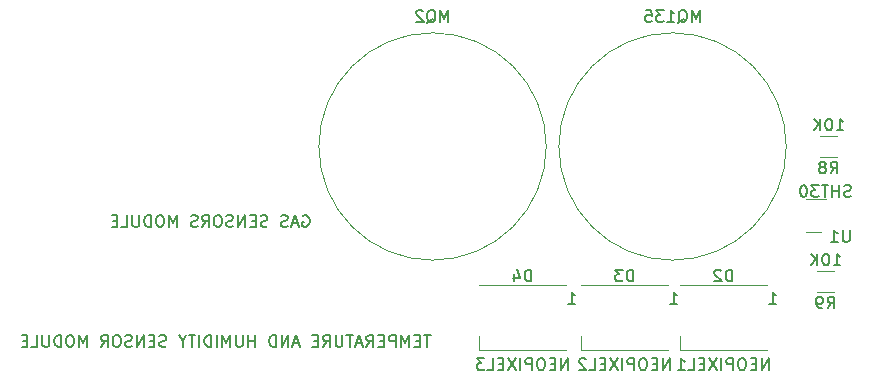
<source format=gbr>
%TF.GenerationSoftware,KiCad,Pcbnew,(6.0.4)*%
%TF.CreationDate,2022-06-03T19:19:18-06:00*%
%TF.ProjectId,Gas_Sensor_Module,4761735f-5365-46e7-936f-725f4d6f6475,rev?*%
%TF.SameCoordinates,Original*%
%TF.FileFunction,Legend,Bot*%
%TF.FilePolarity,Positive*%
%FSLAX46Y46*%
G04 Gerber Fmt 4.6, Leading zero omitted, Abs format (unit mm)*
G04 Created by KiCad (PCBNEW (6.0.4)) date 2022-06-03 19:19:18*
%MOMM*%
%LPD*%
G01*
G04 APERTURE LIST*
%ADD10C,0.150000*%
%ADD11C,0.120000*%
G04 APERTURE END LIST*
D10*
X193887142Y-74382380D02*
X193315714Y-74382380D01*
X193601428Y-75382380D02*
X193601428Y-74382380D01*
X192982380Y-74858571D02*
X192649047Y-74858571D01*
X192506190Y-75382380D02*
X192982380Y-75382380D01*
X192982380Y-74382380D01*
X192506190Y-74382380D01*
X192077619Y-75382380D02*
X192077619Y-74382380D01*
X191744285Y-75096666D01*
X191410952Y-74382380D01*
X191410952Y-75382380D01*
X190934761Y-75382380D02*
X190934761Y-74382380D01*
X190553809Y-74382380D01*
X190458571Y-74430000D01*
X190410952Y-74477619D01*
X190363333Y-74572857D01*
X190363333Y-74715714D01*
X190410952Y-74810952D01*
X190458571Y-74858571D01*
X190553809Y-74906190D01*
X190934761Y-74906190D01*
X189934761Y-74858571D02*
X189601428Y-74858571D01*
X189458571Y-75382380D02*
X189934761Y-75382380D01*
X189934761Y-74382380D01*
X189458571Y-74382380D01*
X188458571Y-75382380D02*
X188791904Y-74906190D01*
X189030000Y-75382380D02*
X189030000Y-74382380D01*
X188649047Y-74382380D01*
X188553809Y-74430000D01*
X188506190Y-74477619D01*
X188458571Y-74572857D01*
X188458571Y-74715714D01*
X188506190Y-74810952D01*
X188553809Y-74858571D01*
X188649047Y-74906190D01*
X189030000Y-74906190D01*
X188077619Y-75096666D02*
X187601428Y-75096666D01*
X188172857Y-75382380D02*
X187839523Y-74382380D01*
X187506190Y-75382380D01*
X187315714Y-74382380D02*
X186744285Y-74382380D01*
X187030000Y-75382380D02*
X187030000Y-74382380D01*
X186410952Y-74382380D02*
X186410952Y-75191904D01*
X186363333Y-75287142D01*
X186315714Y-75334761D01*
X186220476Y-75382380D01*
X186030000Y-75382380D01*
X185934761Y-75334761D01*
X185887142Y-75287142D01*
X185839523Y-75191904D01*
X185839523Y-74382380D01*
X184791904Y-75382380D02*
X185125238Y-74906190D01*
X185363333Y-75382380D02*
X185363333Y-74382380D01*
X184982380Y-74382380D01*
X184887142Y-74430000D01*
X184839523Y-74477619D01*
X184791904Y-74572857D01*
X184791904Y-74715714D01*
X184839523Y-74810952D01*
X184887142Y-74858571D01*
X184982380Y-74906190D01*
X185363333Y-74906190D01*
X184363333Y-74858571D02*
X184030000Y-74858571D01*
X183887142Y-75382380D02*
X184363333Y-75382380D01*
X184363333Y-74382380D01*
X183887142Y-74382380D01*
X182744285Y-75096666D02*
X182268095Y-75096666D01*
X182839523Y-75382380D02*
X182506190Y-74382380D01*
X182172857Y-75382380D01*
X181839523Y-75382380D02*
X181839523Y-74382380D01*
X181268095Y-75382380D01*
X181268095Y-74382380D01*
X180791904Y-75382380D02*
X180791904Y-74382380D01*
X180553809Y-74382380D01*
X180410952Y-74430000D01*
X180315714Y-74525238D01*
X180268095Y-74620476D01*
X180220476Y-74810952D01*
X180220476Y-74953809D01*
X180268095Y-75144285D01*
X180315714Y-75239523D01*
X180410952Y-75334761D01*
X180553809Y-75382380D01*
X180791904Y-75382380D01*
X179030000Y-75382380D02*
X179030000Y-74382380D01*
X179030000Y-74858571D02*
X178458571Y-74858571D01*
X178458571Y-75382380D02*
X178458571Y-74382380D01*
X177982380Y-74382380D02*
X177982380Y-75191904D01*
X177934761Y-75287142D01*
X177887142Y-75334761D01*
X177791904Y-75382380D01*
X177601428Y-75382380D01*
X177506190Y-75334761D01*
X177458571Y-75287142D01*
X177410952Y-75191904D01*
X177410952Y-74382380D01*
X176934761Y-75382380D02*
X176934761Y-74382380D01*
X176601428Y-75096666D01*
X176268095Y-74382380D01*
X176268095Y-75382380D01*
X175791904Y-75382380D02*
X175791904Y-74382380D01*
X175315714Y-75382380D02*
X175315714Y-74382380D01*
X175077619Y-74382380D01*
X174934761Y-74430000D01*
X174839523Y-74525238D01*
X174791904Y-74620476D01*
X174744285Y-74810952D01*
X174744285Y-74953809D01*
X174791904Y-75144285D01*
X174839523Y-75239523D01*
X174934761Y-75334761D01*
X175077619Y-75382380D01*
X175315714Y-75382380D01*
X174315714Y-75382380D02*
X174315714Y-74382380D01*
X173982380Y-74382380D02*
X173410952Y-74382380D01*
X173696666Y-75382380D02*
X173696666Y-74382380D01*
X172887142Y-74906190D02*
X172887142Y-75382380D01*
X173220476Y-74382380D02*
X172887142Y-74906190D01*
X172553809Y-74382380D01*
X171506190Y-75334761D02*
X171363333Y-75382380D01*
X171125238Y-75382380D01*
X171030000Y-75334761D01*
X170982380Y-75287142D01*
X170934761Y-75191904D01*
X170934761Y-75096666D01*
X170982380Y-75001428D01*
X171030000Y-74953809D01*
X171125238Y-74906190D01*
X171315714Y-74858571D01*
X171410952Y-74810952D01*
X171458571Y-74763333D01*
X171506190Y-74668095D01*
X171506190Y-74572857D01*
X171458571Y-74477619D01*
X171410952Y-74430000D01*
X171315714Y-74382380D01*
X171077619Y-74382380D01*
X170934761Y-74430000D01*
X170506190Y-74858571D02*
X170172857Y-74858571D01*
X170030000Y-75382380D02*
X170506190Y-75382380D01*
X170506190Y-74382380D01*
X170030000Y-74382380D01*
X169601428Y-75382380D02*
X169601428Y-74382380D01*
X169030000Y-75382380D01*
X169030000Y-74382380D01*
X168601428Y-75334761D02*
X168458571Y-75382380D01*
X168220476Y-75382380D01*
X168125238Y-75334761D01*
X168077619Y-75287142D01*
X168030000Y-75191904D01*
X168030000Y-75096666D01*
X168077619Y-75001428D01*
X168125238Y-74953809D01*
X168220476Y-74906190D01*
X168410952Y-74858571D01*
X168506190Y-74810952D01*
X168553809Y-74763333D01*
X168601428Y-74668095D01*
X168601428Y-74572857D01*
X168553809Y-74477619D01*
X168506190Y-74430000D01*
X168410952Y-74382380D01*
X168172857Y-74382380D01*
X168030000Y-74430000D01*
X167410952Y-74382380D02*
X167220476Y-74382380D01*
X167125238Y-74430000D01*
X167030000Y-74525238D01*
X166982380Y-74715714D01*
X166982380Y-75049047D01*
X167030000Y-75239523D01*
X167125238Y-75334761D01*
X167220476Y-75382380D01*
X167410952Y-75382380D01*
X167506190Y-75334761D01*
X167601428Y-75239523D01*
X167649047Y-75049047D01*
X167649047Y-74715714D01*
X167601428Y-74525238D01*
X167506190Y-74430000D01*
X167410952Y-74382380D01*
X165982380Y-75382380D02*
X166315714Y-74906190D01*
X166553809Y-75382380D02*
X166553809Y-74382380D01*
X166172857Y-74382380D01*
X166077619Y-74430000D01*
X166030000Y-74477619D01*
X165982380Y-74572857D01*
X165982380Y-74715714D01*
X166030000Y-74810952D01*
X166077619Y-74858571D01*
X166172857Y-74906190D01*
X166553809Y-74906190D01*
X164791904Y-75382380D02*
X164791904Y-74382380D01*
X164458571Y-75096666D01*
X164125238Y-74382380D01*
X164125238Y-75382380D01*
X163458571Y-74382380D02*
X163268095Y-74382380D01*
X163172857Y-74430000D01*
X163077619Y-74525238D01*
X163030000Y-74715714D01*
X163030000Y-75049047D01*
X163077619Y-75239523D01*
X163172857Y-75334761D01*
X163268095Y-75382380D01*
X163458571Y-75382380D01*
X163553809Y-75334761D01*
X163649047Y-75239523D01*
X163696666Y-75049047D01*
X163696666Y-74715714D01*
X163649047Y-74525238D01*
X163553809Y-74430000D01*
X163458571Y-74382380D01*
X162601428Y-75382380D02*
X162601428Y-74382380D01*
X162363333Y-74382380D01*
X162220476Y-74430000D01*
X162125238Y-74525238D01*
X162077619Y-74620476D01*
X162030000Y-74810952D01*
X162030000Y-74953809D01*
X162077619Y-75144285D01*
X162125238Y-75239523D01*
X162220476Y-75334761D01*
X162363333Y-75382380D01*
X162601428Y-75382380D01*
X161601428Y-74382380D02*
X161601428Y-75191904D01*
X161553809Y-75287142D01*
X161506190Y-75334761D01*
X161410952Y-75382380D01*
X161220476Y-75382380D01*
X161125238Y-75334761D01*
X161077619Y-75287142D01*
X161030000Y-75191904D01*
X161030000Y-74382380D01*
X160077619Y-75382380D02*
X160553809Y-75382380D01*
X160553809Y-74382380D01*
X159744285Y-74858571D02*
X159410952Y-74858571D01*
X159268095Y-75382380D02*
X159744285Y-75382380D01*
X159744285Y-74382380D01*
X159268095Y-74382380D01*
X183069523Y-64270000D02*
X183164761Y-64222380D01*
X183307619Y-64222380D01*
X183450476Y-64270000D01*
X183545714Y-64365238D01*
X183593333Y-64460476D01*
X183640952Y-64650952D01*
X183640952Y-64793809D01*
X183593333Y-64984285D01*
X183545714Y-65079523D01*
X183450476Y-65174761D01*
X183307619Y-65222380D01*
X183212380Y-65222380D01*
X183069523Y-65174761D01*
X183021904Y-65127142D01*
X183021904Y-64793809D01*
X183212380Y-64793809D01*
X182640952Y-64936666D02*
X182164761Y-64936666D01*
X182736190Y-65222380D02*
X182402857Y-64222380D01*
X182069523Y-65222380D01*
X181783809Y-65174761D02*
X181640952Y-65222380D01*
X181402857Y-65222380D01*
X181307619Y-65174761D01*
X181260000Y-65127142D01*
X181212380Y-65031904D01*
X181212380Y-64936666D01*
X181260000Y-64841428D01*
X181307619Y-64793809D01*
X181402857Y-64746190D01*
X181593333Y-64698571D01*
X181688571Y-64650952D01*
X181736190Y-64603333D01*
X181783809Y-64508095D01*
X181783809Y-64412857D01*
X181736190Y-64317619D01*
X181688571Y-64270000D01*
X181593333Y-64222380D01*
X181355238Y-64222380D01*
X181212380Y-64270000D01*
X180069523Y-65174761D02*
X179926666Y-65222380D01*
X179688571Y-65222380D01*
X179593333Y-65174761D01*
X179545714Y-65127142D01*
X179498095Y-65031904D01*
X179498095Y-64936666D01*
X179545714Y-64841428D01*
X179593333Y-64793809D01*
X179688571Y-64746190D01*
X179879047Y-64698571D01*
X179974285Y-64650952D01*
X180021904Y-64603333D01*
X180069523Y-64508095D01*
X180069523Y-64412857D01*
X180021904Y-64317619D01*
X179974285Y-64270000D01*
X179879047Y-64222380D01*
X179640952Y-64222380D01*
X179498095Y-64270000D01*
X179069523Y-64698571D02*
X178736190Y-64698571D01*
X178593333Y-65222380D02*
X179069523Y-65222380D01*
X179069523Y-64222380D01*
X178593333Y-64222380D01*
X178164761Y-65222380D02*
X178164761Y-64222380D01*
X177593333Y-65222380D01*
X177593333Y-64222380D01*
X177164761Y-65174761D02*
X177021904Y-65222380D01*
X176783809Y-65222380D01*
X176688571Y-65174761D01*
X176640952Y-65127142D01*
X176593333Y-65031904D01*
X176593333Y-64936666D01*
X176640952Y-64841428D01*
X176688571Y-64793809D01*
X176783809Y-64746190D01*
X176974285Y-64698571D01*
X177069523Y-64650952D01*
X177117142Y-64603333D01*
X177164761Y-64508095D01*
X177164761Y-64412857D01*
X177117142Y-64317619D01*
X177069523Y-64270000D01*
X176974285Y-64222380D01*
X176736190Y-64222380D01*
X176593333Y-64270000D01*
X175974285Y-64222380D02*
X175783809Y-64222380D01*
X175688571Y-64270000D01*
X175593333Y-64365238D01*
X175545714Y-64555714D01*
X175545714Y-64889047D01*
X175593333Y-65079523D01*
X175688571Y-65174761D01*
X175783809Y-65222380D01*
X175974285Y-65222380D01*
X176069523Y-65174761D01*
X176164761Y-65079523D01*
X176212380Y-64889047D01*
X176212380Y-64555714D01*
X176164761Y-64365238D01*
X176069523Y-64270000D01*
X175974285Y-64222380D01*
X174545714Y-65222380D02*
X174879047Y-64746190D01*
X175117142Y-65222380D02*
X175117142Y-64222380D01*
X174736190Y-64222380D01*
X174640952Y-64270000D01*
X174593333Y-64317619D01*
X174545714Y-64412857D01*
X174545714Y-64555714D01*
X174593333Y-64650952D01*
X174640952Y-64698571D01*
X174736190Y-64746190D01*
X175117142Y-64746190D01*
X174164761Y-65174761D02*
X174021904Y-65222380D01*
X173783809Y-65222380D01*
X173688571Y-65174761D01*
X173640952Y-65127142D01*
X173593333Y-65031904D01*
X173593333Y-64936666D01*
X173640952Y-64841428D01*
X173688571Y-64793809D01*
X173783809Y-64746190D01*
X173974285Y-64698571D01*
X174069523Y-64650952D01*
X174117142Y-64603333D01*
X174164761Y-64508095D01*
X174164761Y-64412857D01*
X174117142Y-64317619D01*
X174069523Y-64270000D01*
X173974285Y-64222380D01*
X173736190Y-64222380D01*
X173593333Y-64270000D01*
X172402857Y-65222380D02*
X172402857Y-64222380D01*
X172069523Y-64936666D01*
X171736190Y-64222380D01*
X171736190Y-65222380D01*
X171069523Y-64222380D02*
X170879047Y-64222380D01*
X170783809Y-64270000D01*
X170688571Y-64365238D01*
X170640952Y-64555714D01*
X170640952Y-64889047D01*
X170688571Y-65079523D01*
X170783809Y-65174761D01*
X170879047Y-65222380D01*
X171069523Y-65222380D01*
X171164761Y-65174761D01*
X171260000Y-65079523D01*
X171307619Y-64889047D01*
X171307619Y-64555714D01*
X171260000Y-64365238D01*
X171164761Y-64270000D01*
X171069523Y-64222380D01*
X170212380Y-65222380D02*
X170212380Y-64222380D01*
X169974285Y-64222380D01*
X169831428Y-64270000D01*
X169736190Y-64365238D01*
X169688571Y-64460476D01*
X169640952Y-64650952D01*
X169640952Y-64793809D01*
X169688571Y-64984285D01*
X169736190Y-65079523D01*
X169831428Y-65174761D01*
X169974285Y-65222380D01*
X170212380Y-65222380D01*
X169212380Y-64222380D02*
X169212380Y-65031904D01*
X169164761Y-65127142D01*
X169117142Y-65174761D01*
X169021904Y-65222380D01*
X168831428Y-65222380D01*
X168736190Y-65174761D01*
X168688571Y-65127142D01*
X168640952Y-65031904D01*
X168640952Y-64222380D01*
X167688571Y-65222380D02*
X168164761Y-65222380D01*
X168164761Y-64222380D01*
X167355238Y-64698571D02*
X167021904Y-64698571D01*
X166879047Y-65222380D02*
X167355238Y-65222380D01*
X167355238Y-64222380D01*
X166879047Y-64222380D01*
%TO.C,D3*%
X211050095Y-69850380D02*
X211050095Y-68850380D01*
X210812000Y-68850380D01*
X210669142Y-68898000D01*
X210573904Y-68993238D01*
X210526285Y-69088476D01*
X210478666Y-69278952D01*
X210478666Y-69421809D01*
X210526285Y-69612285D01*
X210573904Y-69707523D01*
X210669142Y-69802761D01*
X210812000Y-69850380D01*
X211050095Y-69850380D01*
X210145333Y-68850380D02*
X209526285Y-68850380D01*
X209859619Y-69231333D01*
X209716761Y-69231333D01*
X209621523Y-69278952D01*
X209573904Y-69326571D01*
X209526285Y-69421809D01*
X209526285Y-69659904D01*
X209573904Y-69755142D01*
X209621523Y-69802761D01*
X209716761Y-69850380D01*
X210002476Y-69850380D01*
X210097714Y-69802761D01*
X210145333Y-69755142D01*
X214121523Y-77350372D02*
X214121523Y-76350372D01*
X213550095Y-77350372D01*
X213550095Y-76350372D01*
X213073904Y-76826563D02*
X212740571Y-76826563D01*
X212597714Y-77350372D02*
X213073904Y-77350372D01*
X213073904Y-76350372D01*
X212597714Y-76350372D01*
X211978666Y-76350372D02*
X211788190Y-76350372D01*
X211692952Y-76397992D01*
X211597714Y-76493230D01*
X211550095Y-76683706D01*
X211550095Y-77017039D01*
X211597714Y-77207515D01*
X211692952Y-77302753D01*
X211788190Y-77350372D01*
X211978666Y-77350372D01*
X212073904Y-77302753D01*
X212169142Y-77207515D01*
X212216761Y-77017039D01*
X212216761Y-76683706D01*
X212169142Y-76493230D01*
X212073904Y-76397992D01*
X211978666Y-76350372D01*
X211121523Y-77350372D02*
X211121523Y-76350372D01*
X210740571Y-76350372D01*
X210645333Y-76397992D01*
X210597714Y-76445611D01*
X210550095Y-76540849D01*
X210550095Y-76683706D01*
X210597714Y-76778944D01*
X210645333Y-76826563D01*
X210740571Y-76874182D01*
X211121523Y-76874182D01*
X210121523Y-77350372D02*
X210121523Y-76350372D01*
X209740571Y-76350372D02*
X209073904Y-77350372D01*
X209073904Y-76350372D02*
X209740571Y-77350372D01*
X208692952Y-76826563D02*
X208359619Y-76826563D01*
X208216761Y-77350372D02*
X208692952Y-77350372D01*
X208692952Y-76350372D01*
X208216761Y-76350372D01*
X207312000Y-77350372D02*
X207788190Y-77350372D01*
X207788190Y-76350372D01*
X207026285Y-76445611D02*
X206978666Y-76397992D01*
X206883428Y-76350372D01*
X206645333Y-76350372D01*
X206550095Y-76397992D01*
X206502476Y-76445611D01*
X206454857Y-76540849D01*
X206454857Y-76636087D01*
X206502476Y-76778944D01*
X207073904Y-77350372D01*
X206454857Y-77350372D01*
X214176285Y-71750380D02*
X214747714Y-71750380D01*
X214462000Y-71750380D02*
X214462000Y-70750380D01*
X214557238Y-70893238D01*
X214652476Y-70988476D01*
X214747714Y-71036095D01*
%TO.C,U1*%
X229361904Y-65492380D02*
X229361904Y-66301904D01*
X229314285Y-66397142D01*
X229266666Y-66444761D01*
X229171428Y-66492380D01*
X228980952Y-66492380D01*
X228885714Y-66444761D01*
X228838095Y-66397142D01*
X228790476Y-66301904D01*
X228790476Y-65492380D01*
X227790476Y-66492380D02*
X228361904Y-66492380D01*
X228076190Y-66492380D02*
X228076190Y-65492380D01*
X228171428Y-65635238D01*
X228266666Y-65730476D01*
X228361904Y-65778095D01*
X229472857Y-62634761D02*
X229330000Y-62682380D01*
X229091904Y-62682380D01*
X228996666Y-62634761D01*
X228949047Y-62587142D01*
X228901428Y-62491904D01*
X228901428Y-62396666D01*
X228949047Y-62301428D01*
X228996666Y-62253809D01*
X229091904Y-62206190D01*
X229282380Y-62158571D01*
X229377619Y-62110952D01*
X229425238Y-62063333D01*
X229472857Y-61968095D01*
X229472857Y-61872857D01*
X229425238Y-61777619D01*
X229377619Y-61730000D01*
X229282380Y-61682380D01*
X229044285Y-61682380D01*
X228901428Y-61730000D01*
X228472857Y-62682380D02*
X228472857Y-61682380D01*
X228472857Y-62158571D02*
X227901428Y-62158571D01*
X227901428Y-62682380D02*
X227901428Y-61682380D01*
X227568095Y-61682380D02*
X226996666Y-61682380D01*
X227282380Y-62682380D02*
X227282380Y-61682380D01*
X226758571Y-61682380D02*
X226139523Y-61682380D01*
X226472857Y-62063333D01*
X226330000Y-62063333D01*
X226234761Y-62110952D01*
X226187142Y-62158571D01*
X226139523Y-62253809D01*
X226139523Y-62491904D01*
X226187142Y-62587142D01*
X226234761Y-62634761D01*
X226330000Y-62682380D01*
X226615714Y-62682380D01*
X226710952Y-62634761D01*
X226758571Y-62587142D01*
X225520476Y-61682380D02*
X225425238Y-61682380D01*
X225330000Y-61730000D01*
X225282380Y-61777619D01*
X225234761Y-61872857D01*
X225187142Y-62063333D01*
X225187142Y-62301428D01*
X225234761Y-62491904D01*
X225282380Y-62587142D01*
X225330000Y-62634761D01*
X225425238Y-62682380D01*
X225520476Y-62682380D01*
X225615714Y-62634761D01*
X225663333Y-62587142D01*
X225710952Y-62491904D01*
X225758571Y-62301428D01*
X225758571Y-62063333D01*
X225710952Y-61872857D01*
X225663333Y-61777619D01*
X225615714Y-61730000D01*
X225520476Y-61682380D01*
%TO.C,R9*%
X227496666Y-72122380D02*
X227830000Y-71646190D01*
X228068095Y-72122380D02*
X228068095Y-71122380D01*
X227687142Y-71122380D01*
X227591904Y-71170000D01*
X227544285Y-71217619D01*
X227496666Y-71312857D01*
X227496666Y-71455714D01*
X227544285Y-71550952D01*
X227591904Y-71598571D01*
X227687142Y-71646190D01*
X228068095Y-71646190D01*
X227020476Y-72122380D02*
X226830000Y-72122380D01*
X226734761Y-72074761D01*
X226687142Y-72027142D01*
X226591904Y-71884285D01*
X226544285Y-71693809D01*
X226544285Y-71312857D01*
X226591904Y-71217619D01*
X226639523Y-71170000D01*
X226734761Y-71122380D01*
X226925238Y-71122380D01*
X227020476Y-71170000D01*
X227068095Y-71217619D01*
X227115714Y-71312857D01*
X227115714Y-71550952D01*
X227068095Y-71646190D01*
X227020476Y-71693809D01*
X226925238Y-71741428D01*
X226734761Y-71741428D01*
X226639523Y-71693809D01*
X226591904Y-71646190D01*
X226544285Y-71550952D01*
X228020476Y-68482368D02*
X228591904Y-68482368D01*
X228306190Y-68482368D02*
X228306190Y-67482368D01*
X228401428Y-67625226D01*
X228496666Y-67720464D01*
X228591904Y-67768083D01*
X227401428Y-67482368D02*
X227306190Y-67482368D01*
X227210952Y-67529988D01*
X227163333Y-67577607D01*
X227115714Y-67672845D01*
X227068095Y-67863321D01*
X227068095Y-68101416D01*
X227115714Y-68291892D01*
X227163333Y-68387130D01*
X227210952Y-68434749D01*
X227306190Y-68482368D01*
X227401428Y-68482368D01*
X227496666Y-68434749D01*
X227544285Y-68387130D01*
X227591904Y-68291892D01*
X227639523Y-68101416D01*
X227639523Y-67863321D01*
X227591904Y-67672845D01*
X227544285Y-67577607D01*
X227496666Y-67529988D01*
X227401428Y-67482368D01*
X226639523Y-68482368D02*
X226639523Y-67482368D01*
X226068095Y-68482368D02*
X226496666Y-67910940D01*
X226068095Y-67482368D02*
X226639523Y-68053797D01*
%TO.C,R8*%
X227750666Y-60692380D02*
X228084000Y-60216190D01*
X228322095Y-60692380D02*
X228322095Y-59692380D01*
X227941142Y-59692380D01*
X227845904Y-59740000D01*
X227798285Y-59787619D01*
X227750666Y-59882857D01*
X227750666Y-60025714D01*
X227798285Y-60120952D01*
X227845904Y-60168571D01*
X227941142Y-60216190D01*
X228322095Y-60216190D01*
X227179238Y-60120952D02*
X227274476Y-60073333D01*
X227322095Y-60025714D01*
X227369714Y-59930476D01*
X227369714Y-59882857D01*
X227322095Y-59787619D01*
X227274476Y-59740000D01*
X227179238Y-59692380D01*
X226988761Y-59692380D01*
X226893523Y-59740000D01*
X226845904Y-59787619D01*
X226798285Y-59882857D01*
X226798285Y-59930476D01*
X226845904Y-60025714D01*
X226893523Y-60073333D01*
X226988761Y-60120952D01*
X227179238Y-60120952D01*
X227274476Y-60168571D01*
X227322095Y-60216190D01*
X227369714Y-60311428D01*
X227369714Y-60501904D01*
X227322095Y-60597142D01*
X227274476Y-60644761D01*
X227179238Y-60692380D01*
X226988761Y-60692380D01*
X226893523Y-60644761D01*
X226845904Y-60597142D01*
X226798285Y-60501904D01*
X226798285Y-60311428D01*
X226845904Y-60216190D01*
X226893523Y-60168571D01*
X226988761Y-60120952D01*
X228274476Y-57052368D02*
X228845904Y-57052368D01*
X228560190Y-57052368D02*
X228560190Y-56052368D01*
X228655428Y-56195226D01*
X228750666Y-56290464D01*
X228845904Y-56338083D01*
X227655428Y-56052368D02*
X227560190Y-56052368D01*
X227464952Y-56099988D01*
X227417333Y-56147607D01*
X227369714Y-56242845D01*
X227322095Y-56433321D01*
X227322095Y-56671416D01*
X227369714Y-56861892D01*
X227417333Y-56957130D01*
X227464952Y-57004749D01*
X227560190Y-57052368D01*
X227655428Y-57052368D01*
X227750666Y-57004749D01*
X227798285Y-56957130D01*
X227845904Y-56861892D01*
X227893523Y-56671416D01*
X227893523Y-56433321D01*
X227845904Y-56242845D01*
X227798285Y-56147607D01*
X227750666Y-56099988D01*
X227655428Y-56052368D01*
X226893523Y-57052368D02*
X226893523Y-56052368D01*
X226322095Y-57052368D02*
X226750666Y-56480940D01*
X226322095Y-56052368D02*
X226893523Y-56623797D01*
%TO.C,D4*%
X202414095Y-69850380D02*
X202414095Y-68850380D01*
X202176000Y-68850380D01*
X202033142Y-68898000D01*
X201937904Y-68993238D01*
X201890285Y-69088476D01*
X201842666Y-69278952D01*
X201842666Y-69421809D01*
X201890285Y-69612285D01*
X201937904Y-69707523D01*
X202033142Y-69802761D01*
X202176000Y-69850380D01*
X202414095Y-69850380D01*
X200985523Y-69183714D02*
X200985523Y-69850380D01*
X201223619Y-68802761D02*
X201461714Y-69517047D01*
X200842666Y-69517047D01*
X205485523Y-77350372D02*
X205485523Y-76350372D01*
X204914095Y-77350372D01*
X204914095Y-76350372D01*
X204437904Y-76826563D02*
X204104571Y-76826563D01*
X203961714Y-77350372D02*
X204437904Y-77350372D01*
X204437904Y-76350372D01*
X203961714Y-76350372D01*
X203342666Y-76350372D02*
X203152190Y-76350372D01*
X203056952Y-76397992D01*
X202961714Y-76493230D01*
X202914095Y-76683706D01*
X202914095Y-77017039D01*
X202961714Y-77207515D01*
X203056952Y-77302753D01*
X203152190Y-77350372D01*
X203342666Y-77350372D01*
X203437904Y-77302753D01*
X203533142Y-77207515D01*
X203580761Y-77017039D01*
X203580761Y-76683706D01*
X203533142Y-76493230D01*
X203437904Y-76397992D01*
X203342666Y-76350372D01*
X202485523Y-77350372D02*
X202485523Y-76350372D01*
X202104571Y-76350372D01*
X202009333Y-76397992D01*
X201961714Y-76445611D01*
X201914095Y-76540849D01*
X201914095Y-76683706D01*
X201961714Y-76778944D01*
X202009333Y-76826563D01*
X202104571Y-76874182D01*
X202485523Y-76874182D01*
X201485523Y-77350372D02*
X201485523Y-76350372D01*
X201104571Y-76350372D02*
X200437904Y-77350372D01*
X200437904Y-76350372D02*
X201104571Y-77350372D01*
X200056952Y-76826563D02*
X199723619Y-76826563D01*
X199580761Y-77350372D02*
X200056952Y-77350372D01*
X200056952Y-76350372D01*
X199580761Y-76350372D01*
X198676000Y-77350372D02*
X199152190Y-77350372D01*
X199152190Y-76350372D01*
X198437904Y-76350372D02*
X197818857Y-76350372D01*
X198152190Y-76731325D01*
X198009333Y-76731325D01*
X197914095Y-76778944D01*
X197866476Y-76826563D01*
X197818857Y-76921801D01*
X197818857Y-77159896D01*
X197866476Y-77255134D01*
X197914095Y-77302753D01*
X198009333Y-77350372D01*
X198295047Y-77350372D01*
X198390285Y-77302753D01*
X198437904Y-77255134D01*
X205540285Y-71750380D02*
X206111714Y-71750380D01*
X205826000Y-71750380D02*
X205826000Y-70750380D01*
X205921238Y-70893238D01*
X206016476Y-70988476D01*
X206111714Y-71036095D01*
%TO.C,D2*%
X219432095Y-69850380D02*
X219432095Y-68850380D01*
X219194000Y-68850380D01*
X219051142Y-68898000D01*
X218955904Y-68993238D01*
X218908285Y-69088476D01*
X218860666Y-69278952D01*
X218860666Y-69421809D01*
X218908285Y-69612285D01*
X218955904Y-69707523D01*
X219051142Y-69802761D01*
X219194000Y-69850380D01*
X219432095Y-69850380D01*
X218479714Y-68945619D02*
X218432095Y-68898000D01*
X218336857Y-68850380D01*
X218098761Y-68850380D01*
X218003523Y-68898000D01*
X217955904Y-68945619D01*
X217908285Y-69040857D01*
X217908285Y-69136095D01*
X217955904Y-69278952D01*
X218527333Y-69850380D01*
X217908285Y-69850380D01*
X222503523Y-77350372D02*
X222503523Y-76350372D01*
X221932095Y-77350372D01*
X221932095Y-76350372D01*
X221455904Y-76826563D02*
X221122571Y-76826563D01*
X220979714Y-77350372D02*
X221455904Y-77350372D01*
X221455904Y-76350372D01*
X220979714Y-76350372D01*
X220360666Y-76350372D02*
X220170190Y-76350372D01*
X220074952Y-76397992D01*
X219979714Y-76493230D01*
X219932095Y-76683706D01*
X219932095Y-77017039D01*
X219979714Y-77207515D01*
X220074952Y-77302753D01*
X220170190Y-77350372D01*
X220360666Y-77350372D01*
X220455904Y-77302753D01*
X220551142Y-77207515D01*
X220598761Y-77017039D01*
X220598761Y-76683706D01*
X220551142Y-76493230D01*
X220455904Y-76397992D01*
X220360666Y-76350372D01*
X219503523Y-77350372D02*
X219503523Y-76350372D01*
X219122571Y-76350372D01*
X219027333Y-76397992D01*
X218979714Y-76445611D01*
X218932095Y-76540849D01*
X218932095Y-76683706D01*
X218979714Y-76778944D01*
X219027333Y-76826563D01*
X219122571Y-76874182D01*
X219503523Y-76874182D01*
X218503523Y-77350372D02*
X218503523Y-76350372D01*
X218122571Y-76350372D02*
X217455904Y-77350372D01*
X217455904Y-76350372D02*
X218122571Y-77350372D01*
X217074952Y-76826563D02*
X216741619Y-76826563D01*
X216598761Y-77350372D02*
X217074952Y-77350372D01*
X217074952Y-76350372D01*
X216598761Y-76350372D01*
X215694000Y-77350372D02*
X216170190Y-77350372D01*
X216170190Y-76350372D01*
X214836857Y-77350372D02*
X215408285Y-77350372D01*
X215122571Y-77350372D02*
X215122571Y-76350372D01*
X215217809Y-76493230D01*
X215313047Y-76588468D01*
X215408285Y-76636087D01*
X222558285Y-71750380D02*
X223129714Y-71750380D01*
X222844000Y-71750380D02*
X222844000Y-70750380D01*
X222939238Y-70893238D01*
X223034476Y-70988476D01*
X223129714Y-71036095D01*
%TO.C,MQ135*%
X216661702Y-47872392D02*
X216661702Y-46872392D01*
X216328368Y-47586678D01*
X215995035Y-46872392D01*
X215995035Y-47872392D01*
X214852178Y-47967631D02*
X214947416Y-47920012D01*
X215042654Y-47824773D01*
X215185511Y-47681916D01*
X215280749Y-47634297D01*
X215375988Y-47634297D01*
X215328368Y-47872392D02*
X215423607Y-47824773D01*
X215518845Y-47729535D01*
X215566464Y-47539059D01*
X215566464Y-47205726D01*
X215518845Y-47015250D01*
X215423607Y-46920012D01*
X215328368Y-46872392D01*
X215137892Y-46872392D01*
X215042654Y-46920012D01*
X214947416Y-47015250D01*
X214899797Y-47205726D01*
X214899797Y-47539059D01*
X214947416Y-47729535D01*
X215042654Y-47824773D01*
X215137892Y-47872392D01*
X215328368Y-47872392D01*
X213947416Y-47872392D02*
X214518845Y-47872392D01*
X214233130Y-47872392D02*
X214233130Y-46872392D01*
X214328368Y-47015250D01*
X214423607Y-47110488D01*
X214518845Y-47158107D01*
X213614083Y-46872392D02*
X212995035Y-46872392D01*
X213328368Y-47253345D01*
X213185511Y-47253345D01*
X213090273Y-47300964D01*
X213042654Y-47348583D01*
X212995035Y-47443821D01*
X212995035Y-47681916D01*
X213042654Y-47777154D01*
X213090273Y-47824773D01*
X213185511Y-47872392D01*
X213471226Y-47872392D01*
X213566464Y-47824773D01*
X213614083Y-47777154D01*
X212090273Y-46872392D02*
X212566464Y-46872392D01*
X212614083Y-47348583D01*
X212566464Y-47300964D01*
X212471226Y-47253345D01*
X212233130Y-47253345D01*
X212137892Y-47300964D01*
X212090273Y-47348583D01*
X212042654Y-47443821D01*
X212042654Y-47681916D01*
X212090273Y-47777154D01*
X212137892Y-47824773D01*
X212233130Y-47872392D01*
X212471226Y-47872392D01*
X212566464Y-47824773D01*
X212614083Y-47777154D01*
%TO.C,MQ2*%
X195389333Y-47872380D02*
X195389333Y-46872380D01*
X195056000Y-47586666D01*
X194722666Y-46872380D01*
X194722666Y-47872380D01*
X193579809Y-47967619D02*
X193675047Y-47920000D01*
X193770285Y-47824761D01*
X193913142Y-47681904D01*
X194008380Y-47634285D01*
X194103619Y-47634285D01*
X194056000Y-47872380D02*
X194151238Y-47824761D01*
X194246476Y-47729523D01*
X194294095Y-47539047D01*
X194294095Y-47205714D01*
X194246476Y-47015238D01*
X194151238Y-46920000D01*
X194056000Y-46872380D01*
X193865523Y-46872380D01*
X193770285Y-46920000D01*
X193675047Y-47015238D01*
X193627428Y-47205714D01*
X193627428Y-47539047D01*
X193675047Y-47729523D01*
X193770285Y-47824761D01*
X193865523Y-47872380D01*
X194056000Y-47872380D01*
X193246476Y-46967619D02*
X193198857Y-46920000D01*
X193103619Y-46872380D01*
X192865523Y-46872380D01*
X192770285Y-46920000D01*
X192722666Y-46967619D01*
X192675047Y-47062857D01*
X192675047Y-47158095D01*
X192722666Y-47300952D01*
X193294095Y-47872380D01*
X192675047Y-47872380D01*
D11*
%TO.C,D3*%
X213962000Y-70148000D02*
X206662000Y-70148000D01*
X213962000Y-75648000D02*
X206662000Y-75648000D01*
X206662000Y-75648000D02*
X206662000Y-74498000D01*
%TO.C,U1*%
X226964000Y-65672000D02*
X225664000Y-65672000D01*
X227404000Y-62852000D02*
X225664000Y-62852000D01*
%TO.C,R9*%
X226602936Y-70760000D02*
X228057064Y-70760000D01*
X226602936Y-68940000D02*
X228057064Y-68940000D01*
%TO.C,R8*%
X226856936Y-59330000D02*
X228311064Y-59330000D01*
X226856936Y-57510000D02*
X228311064Y-57510000D01*
%TO.C,D4*%
X205326000Y-70148000D02*
X198026000Y-70148000D01*
X205326000Y-75648000D02*
X198026000Y-75648000D01*
X198026000Y-75648000D02*
X198026000Y-74498000D01*
%TO.C,D2*%
X222344000Y-70148000D02*
X215044000Y-70148000D01*
X222344000Y-75648000D02*
X215044000Y-75648000D01*
X215044000Y-75648000D02*
X215044000Y-74498000D01*
%TO.C,MQ135*%
X224000988Y-58420012D02*
G75*
G03*
X224000988Y-58420012I-9625000J0D01*
G01*
%TO.C,MQ2*%
X203681000Y-58420000D02*
G75*
G03*
X203681000Y-58420000I-9625000J0D01*
G01*
%TD*%
M02*

</source>
